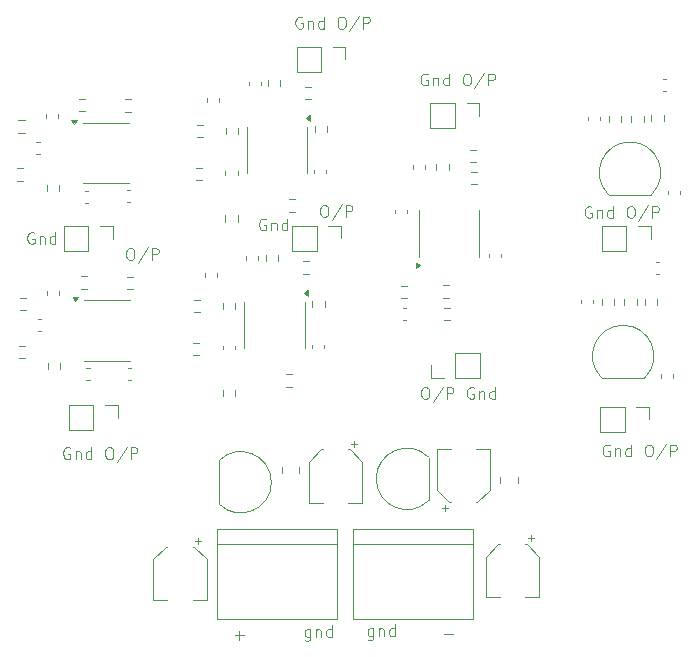
<source format=gbr>
%TF.GenerationSoftware,KiCad,Pcbnew,8.0.8*%
%TF.CreationDate,2025-08-26T11:44:10+12:00*%
%TF.ProjectId,esfgrid_ckt_Multi,65736667-7269-4645-9f63-6b745f4d756c,rev?*%
%TF.SameCoordinates,Original*%
%TF.FileFunction,Legend,Top*%
%TF.FilePolarity,Positive*%
%FSLAX46Y46*%
G04 Gerber Fmt 4.6, Leading zero omitted, Abs format (unit mm)*
G04 Created by KiCad (PCBNEW 8.0.8) date 2025-08-26 11:44:10*
%MOMM*%
%LPD*%
G01*
G04 APERTURE LIST*
%ADD10C,0.100000*%
%ADD11C,0.120000*%
G04 APERTURE END LIST*
D10*
X184701960Y-70152419D02*
X184892436Y-70152419D01*
X184892436Y-70152419D02*
X184987674Y-70200038D01*
X184987674Y-70200038D02*
X185082912Y-70295276D01*
X185082912Y-70295276D02*
X185130531Y-70485752D01*
X185130531Y-70485752D02*
X185130531Y-70819085D01*
X185130531Y-70819085D02*
X185082912Y-71009561D01*
X185082912Y-71009561D02*
X184987674Y-71104800D01*
X184987674Y-71104800D02*
X184892436Y-71152419D01*
X184892436Y-71152419D02*
X184701960Y-71152419D01*
X184701960Y-71152419D02*
X184606722Y-71104800D01*
X184606722Y-71104800D02*
X184511484Y-71009561D01*
X184511484Y-71009561D02*
X184463865Y-70819085D01*
X184463865Y-70819085D02*
X184463865Y-70485752D01*
X184463865Y-70485752D02*
X184511484Y-70295276D01*
X184511484Y-70295276D02*
X184606722Y-70200038D01*
X184606722Y-70200038D02*
X184701960Y-70152419D01*
X186273388Y-70104800D02*
X185416246Y-71390514D01*
X186606722Y-71152419D02*
X186606722Y-70152419D01*
X186606722Y-70152419D02*
X186987674Y-70152419D01*
X186987674Y-70152419D02*
X187082912Y-70200038D01*
X187082912Y-70200038D02*
X187130531Y-70247657D01*
X187130531Y-70247657D02*
X187178150Y-70342895D01*
X187178150Y-70342895D02*
X187178150Y-70485752D01*
X187178150Y-70485752D02*
X187130531Y-70580990D01*
X187130531Y-70580990D02*
X187082912Y-70628609D01*
X187082912Y-70628609D02*
X186987674Y-70676228D01*
X186987674Y-70676228D02*
X186606722Y-70676228D01*
X176645293Y-68860038D02*
X176550055Y-68812419D01*
X176550055Y-68812419D02*
X176407198Y-68812419D01*
X176407198Y-68812419D02*
X176264341Y-68860038D01*
X176264341Y-68860038D02*
X176169103Y-68955276D01*
X176169103Y-68955276D02*
X176121484Y-69050514D01*
X176121484Y-69050514D02*
X176073865Y-69240990D01*
X176073865Y-69240990D02*
X176073865Y-69383847D01*
X176073865Y-69383847D02*
X176121484Y-69574323D01*
X176121484Y-69574323D02*
X176169103Y-69669561D01*
X176169103Y-69669561D02*
X176264341Y-69764800D01*
X176264341Y-69764800D02*
X176407198Y-69812419D01*
X176407198Y-69812419D02*
X176502436Y-69812419D01*
X176502436Y-69812419D02*
X176645293Y-69764800D01*
X176645293Y-69764800D02*
X176692912Y-69717180D01*
X176692912Y-69717180D02*
X176692912Y-69383847D01*
X176692912Y-69383847D02*
X176502436Y-69383847D01*
X177121484Y-69145752D02*
X177121484Y-69812419D01*
X177121484Y-69240990D02*
X177169103Y-69193371D01*
X177169103Y-69193371D02*
X177264341Y-69145752D01*
X177264341Y-69145752D02*
X177407198Y-69145752D01*
X177407198Y-69145752D02*
X177502436Y-69193371D01*
X177502436Y-69193371D02*
X177550055Y-69288609D01*
X177550055Y-69288609D02*
X177550055Y-69812419D01*
X178454817Y-69812419D02*
X178454817Y-68812419D01*
X178454817Y-69764800D02*
X178359579Y-69812419D01*
X178359579Y-69812419D02*
X178169103Y-69812419D01*
X178169103Y-69812419D02*
X178073865Y-69764800D01*
X178073865Y-69764800D02*
X178026246Y-69717180D01*
X178026246Y-69717180D02*
X177978627Y-69621942D01*
X177978627Y-69621942D02*
X177978627Y-69336228D01*
X177978627Y-69336228D02*
X178026246Y-69240990D01*
X178026246Y-69240990D02*
X178073865Y-69193371D01*
X178073865Y-69193371D02*
X178169103Y-69145752D01*
X178169103Y-69145752D02*
X178359579Y-69145752D01*
X178359579Y-69145752D02*
X178454817Y-69193371D01*
X201121960Y-66512419D02*
X201312436Y-66512419D01*
X201312436Y-66512419D02*
X201407674Y-66560038D01*
X201407674Y-66560038D02*
X201502912Y-66655276D01*
X201502912Y-66655276D02*
X201550531Y-66845752D01*
X201550531Y-66845752D02*
X201550531Y-67179085D01*
X201550531Y-67179085D02*
X201502912Y-67369561D01*
X201502912Y-67369561D02*
X201407674Y-67464800D01*
X201407674Y-67464800D02*
X201312436Y-67512419D01*
X201312436Y-67512419D02*
X201121960Y-67512419D01*
X201121960Y-67512419D02*
X201026722Y-67464800D01*
X201026722Y-67464800D02*
X200931484Y-67369561D01*
X200931484Y-67369561D02*
X200883865Y-67179085D01*
X200883865Y-67179085D02*
X200883865Y-66845752D01*
X200883865Y-66845752D02*
X200931484Y-66655276D01*
X200931484Y-66655276D02*
X201026722Y-66560038D01*
X201026722Y-66560038D02*
X201121960Y-66512419D01*
X202693388Y-66464800D02*
X201836246Y-67750514D01*
X203026722Y-67512419D02*
X203026722Y-66512419D01*
X203026722Y-66512419D02*
X203407674Y-66512419D01*
X203407674Y-66512419D02*
X203502912Y-66560038D01*
X203502912Y-66560038D02*
X203550531Y-66607657D01*
X203550531Y-66607657D02*
X203598150Y-66702895D01*
X203598150Y-66702895D02*
X203598150Y-66845752D01*
X203598150Y-66845752D02*
X203550531Y-66940990D01*
X203550531Y-66940990D02*
X203502912Y-66988609D01*
X203502912Y-66988609D02*
X203407674Y-67036228D01*
X203407674Y-67036228D02*
X203026722Y-67036228D01*
X196265293Y-67710038D02*
X196170055Y-67662419D01*
X196170055Y-67662419D02*
X196027198Y-67662419D01*
X196027198Y-67662419D02*
X195884341Y-67710038D01*
X195884341Y-67710038D02*
X195789103Y-67805276D01*
X195789103Y-67805276D02*
X195741484Y-67900514D01*
X195741484Y-67900514D02*
X195693865Y-68090990D01*
X195693865Y-68090990D02*
X195693865Y-68233847D01*
X195693865Y-68233847D02*
X195741484Y-68424323D01*
X195741484Y-68424323D02*
X195789103Y-68519561D01*
X195789103Y-68519561D02*
X195884341Y-68614800D01*
X195884341Y-68614800D02*
X196027198Y-68662419D01*
X196027198Y-68662419D02*
X196122436Y-68662419D01*
X196122436Y-68662419D02*
X196265293Y-68614800D01*
X196265293Y-68614800D02*
X196312912Y-68567180D01*
X196312912Y-68567180D02*
X196312912Y-68233847D01*
X196312912Y-68233847D02*
X196122436Y-68233847D01*
X196741484Y-67995752D02*
X196741484Y-68662419D01*
X196741484Y-68090990D02*
X196789103Y-68043371D01*
X196789103Y-68043371D02*
X196884341Y-67995752D01*
X196884341Y-67995752D02*
X197027198Y-67995752D01*
X197027198Y-67995752D02*
X197122436Y-68043371D01*
X197122436Y-68043371D02*
X197170055Y-68138609D01*
X197170055Y-68138609D02*
X197170055Y-68662419D01*
X198074817Y-68662419D02*
X198074817Y-67662419D01*
X198074817Y-68614800D02*
X197979579Y-68662419D01*
X197979579Y-68662419D02*
X197789103Y-68662419D01*
X197789103Y-68662419D02*
X197693865Y-68614800D01*
X197693865Y-68614800D02*
X197646246Y-68567180D01*
X197646246Y-68567180D02*
X197598627Y-68471942D01*
X197598627Y-68471942D02*
X197598627Y-68186228D01*
X197598627Y-68186228D02*
X197646246Y-68090990D01*
X197646246Y-68090990D02*
X197693865Y-68043371D01*
X197693865Y-68043371D02*
X197789103Y-67995752D01*
X197789103Y-67995752D02*
X197979579Y-67995752D01*
X197979579Y-67995752D02*
X198074817Y-68043371D01*
X223835293Y-66640038D02*
X223740055Y-66592419D01*
X223740055Y-66592419D02*
X223597198Y-66592419D01*
X223597198Y-66592419D02*
X223454341Y-66640038D01*
X223454341Y-66640038D02*
X223359103Y-66735276D01*
X223359103Y-66735276D02*
X223311484Y-66830514D01*
X223311484Y-66830514D02*
X223263865Y-67020990D01*
X223263865Y-67020990D02*
X223263865Y-67163847D01*
X223263865Y-67163847D02*
X223311484Y-67354323D01*
X223311484Y-67354323D02*
X223359103Y-67449561D01*
X223359103Y-67449561D02*
X223454341Y-67544800D01*
X223454341Y-67544800D02*
X223597198Y-67592419D01*
X223597198Y-67592419D02*
X223692436Y-67592419D01*
X223692436Y-67592419D02*
X223835293Y-67544800D01*
X223835293Y-67544800D02*
X223882912Y-67497180D01*
X223882912Y-67497180D02*
X223882912Y-67163847D01*
X223882912Y-67163847D02*
X223692436Y-67163847D01*
X224311484Y-66925752D02*
X224311484Y-67592419D01*
X224311484Y-67020990D02*
X224359103Y-66973371D01*
X224359103Y-66973371D02*
X224454341Y-66925752D01*
X224454341Y-66925752D02*
X224597198Y-66925752D01*
X224597198Y-66925752D02*
X224692436Y-66973371D01*
X224692436Y-66973371D02*
X224740055Y-67068609D01*
X224740055Y-67068609D02*
X224740055Y-67592419D01*
X225644817Y-67592419D02*
X225644817Y-66592419D01*
X225644817Y-67544800D02*
X225549579Y-67592419D01*
X225549579Y-67592419D02*
X225359103Y-67592419D01*
X225359103Y-67592419D02*
X225263865Y-67544800D01*
X225263865Y-67544800D02*
X225216246Y-67497180D01*
X225216246Y-67497180D02*
X225168627Y-67401942D01*
X225168627Y-67401942D02*
X225168627Y-67116228D01*
X225168627Y-67116228D02*
X225216246Y-67020990D01*
X225216246Y-67020990D02*
X225263865Y-66973371D01*
X225263865Y-66973371D02*
X225359103Y-66925752D01*
X225359103Y-66925752D02*
X225549579Y-66925752D01*
X225549579Y-66925752D02*
X225644817Y-66973371D01*
X227073389Y-66592419D02*
X227263865Y-66592419D01*
X227263865Y-66592419D02*
X227359103Y-66640038D01*
X227359103Y-66640038D02*
X227454341Y-66735276D01*
X227454341Y-66735276D02*
X227501960Y-66925752D01*
X227501960Y-66925752D02*
X227501960Y-67259085D01*
X227501960Y-67259085D02*
X227454341Y-67449561D01*
X227454341Y-67449561D02*
X227359103Y-67544800D01*
X227359103Y-67544800D02*
X227263865Y-67592419D01*
X227263865Y-67592419D02*
X227073389Y-67592419D01*
X227073389Y-67592419D02*
X226978151Y-67544800D01*
X226978151Y-67544800D02*
X226882913Y-67449561D01*
X226882913Y-67449561D02*
X226835294Y-67259085D01*
X226835294Y-67259085D02*
X226835294Y-66925752D01*
X226835294Y-66925752D02*
X226882913Y-66735276D01*
X226882913Y-66735276D02*
X226978151Y-66640038D01*
X226978151Y-66640038D02*
X227073389Y-66592419D01*
X228644817Y-66544800D02*
X227787675Y-67830514D01*
X228978151Y-67592419D02*
X228978151Y-66592419D01*
X228978151Y-66592419D02*
X229359103Y-66592419D01*
X229359103Y-66592419D02*
X229454341Y-66640038D01*
X229454341Y-66640038D02*
X229501960Y-66687657D01*
X229501960Y-66687657D02*
X229549579Y-66782895D01*
X229549579Y-66782895D02*
X229549579Y-66925752D01*
X229549579Y-66925752D02*
X229501960Y-67020990D01*
X229501960Y-67020990D02*
X229454341Y-67068609D01*
X229454341Y-67068609D02*
X229359103Y-67116228D01*
X229359103Y-67116228D02*
X228978151Y-67116228D01*
X209671960Y-81932419D02*
X209862436Y-81932419D01*
X209862436Y-81932419D02*
X209957674Y-81980038D01*
X209957674Y-81980038D02*
X210052912Y-82075276D01*
X210052912Y-82075276D02*
X210100531Y-82265752D01*
X210100531Y-82265752D02*
X210100531Y-82599085D01*
X210100531Y-82599085D02*
X210052912Y-82789561D01*
X210052912Y-82789561D02*
X209957674Y-82884800D01*
X209957674Y-82884800D02*
X209862436Y-82932419D01*
X209862436Y-82932419D02*
X209671960Y-82932419D01*
X209671960Y-82932419D02*
X209576722Y-82884800D01*
X209576722Y-82884800D02*
X209481484Y-82789561D01*
X209481484Y-82789561D02*
X209433865Y-82599085D01*
X209433865Y-82599085D02*
X209433865Y-82265752D01*
X209433865Y-82265752D02*
X209481484Y-82075276D01*
X209481484Y-82075276D02*
X209576722Y-81980038D01*
X209576722Y-81980038D02*
X209671960Y-81932419D01*
X211243388Y-81884800D02*
X210386246Y-83170514D01*
X211576722Y-82932419D02*
X211576722Y-81932419D01*
X211576722Y-81932419D02*
X211957674Y-81932419D01*
X211957674Y-81932419D02*
X212052912Y-81980038D01*
X212052912Y-81980038D02*
X212100531Y-82027657D01*
X212100531Y-82027657D02*
X212148150Y-82122895D01*
X212148150Y-82122895D02*
X212148150Y-82265752D01*
X212148150Y-82265752D02*
X212100531Y-82360990D01*
X212100531Y-82360990D02*
X212052912Y-82408609D01*
X212052912Y-82408609D02*
X211957674Y-82456228D01*
X211957674Y-82456228D02*
X211576722Y-82456228D01*
X213862436Y-81980038D02*
X213767198Y-81932419D01*
X213767198Y-81932419D02*
X213624341Y-81932419D01*
X213624341Y-81932419D02*
X213481484Y-81980038D01*
X213481484Y-81980038D02*
X213386246Y-82075276D01*
X213386246Y-82075276D02*
X213338627Y-82170514D01*
X213338627Y-82170514D02*
X213291008Y-82360990D01*
X213291008Y-82360990D02*
X213291008Y-82503847D01*
X213291008Y-82503847D02*
X213338627Y-82694323D01*
X213338627Y-82694323D02*
X213386246Y-82789561D01*
X213386246Y-82789561D02*
X213481484Y-82884800D01*
X213481484Y-82884800D02*
X213624341Y-82932419D01*
X213624341Y-82932419D02*
X213719579Y-82932419D01*
X213719579Y-82932419D02*
X213862436Y-82884800D01*
X213862436Y-82884800D02*
X213910055Y-82837180D01*
X213910055Y-82837180D02*
X213910055Y-82503847D01*
X213910055Y-82503847D02*
X213719579Y-82503847D01*
X214338627Y-82265752D02*
X214338627Y-82932419D01*
X214338627Y-82360990D02*
X214386246Y-82313371D01*
X214386246Y-82313371D02*
X214481484Y-82265752D01*
X214481484Y-82265752D02*
X214624341Y-82265752D01*
X214624341Y-82265752D02*
X214719579Y-82313371D01*
X214719579Y-82313371D02*
X214767198Y-82408609D01*
X214767198Y-82408609D02*
X214767198Y-82932419D01*
X215671960Y-82932419D02*
X215671960Y-81932419D01*
X215671960Y-82884800D02*
X215576722Y-82932419D01*
X215576722Y-82932419D02*
X215386246Y-82932419D01*
X215386246Y-82932419D02*
X215291008Y-82884800D01*
X215291008Y-82884800D02*
X215243389Y-82837180D01*
X215243389Y-82837180D02*
X215195770Y-82741942D01*
X215195770Y-82741942D02*
X215195770Y-82456228D01*
X215195770Y-82456228D02*
X215243389Y-82360990D01*
X215243389Y-82360990D02*
X215291008Y-82313371D01*
X215291008Y-82313371D02*
X215386246Y-82265752D01*
X215386246Y-82265752D02*
X215576722Y-82265752D01*
X215576722Y-82265752D02*
X215671960Y-82313371D01*
X209965293Y-55440038D02*
X209870055Y-55392419D01*
X209870055Y-55392419D02*
X209727198Y-55392419D01*
X209727198Y-55392419D02*
X209584341Y-55440038D01*
X209584341Y-55440038D02*
X209489103Y-55535276D01*
X209489103Y-55535276D02*
X209441484Y-55630514D01*
X209441484Y-55630514D02*
X209393865Y-55820990D01*
X209393865Y-55820990D02*
X209393865Y-55963847D01*
X209393865Y-55963847D02*
X209441484Y-56154323D01*
X209441484Y-56154323D02*
X209489103Y-56249561D01*
X209489103Y-56249561D02*
X209584341Y-56344800D01*
X209584341Y-56344800D02*
X209727198Y-56392419D01*
X209727198Y-56392419D02*
X209822436Y-56392419D01*
X209822436Y-56392419D02*
X209965293Y-56344800D01*
X209965293Y-56344800D02*
X210012912Y-56297180D01*
X210012912Y-56297180D02*
X210012912Y-55963847D01*
X210012912Y-55963847D02*
X209822436Y-55963847D01*
X210441484Y-55725752D02*
X210441484Y-56392419D01*
X210441484Y-55820990D02*
X210489103Y-55773371D01*
X210489103Y-55773371D02*
X210584341Y-55725752D01*
X210584341Y-55725752D02*
X210727198Y-55725752D01*
X210727198Y-55725752D02*
X210822436Y-55773371D01*
X210822436Y-55773371D02*
X210870055Y-55868609D01*
X210870055Y-55868609D02*
X210870055Y-56392419D01*
X211774817Y-56392419D02*
X211774817Y-55392419D01*
X211774817Y-56344800D02*
X211679579Y-56392419D01*
X211679579Y-56392419D02*
X211489103Y-56392419D01*
X211489103Y-56392419D02*
X211393865Y-56344800D01*
X211393865Y-56344800D02*
X211346246Y-56297180D01*
X211346246Y-56297180D02*
X211298627Y-56201942D01*
X211298627Y-56201942D02*
X211298627Y-55916228D01*
X211298627Y-55916228D02*
X211346246Y-55820990D01*
X211346246Y-55820990D02*
X211393865Y-55773371D01*
X211393865Y-55773371D02*
X211489103Y-55725752D01*
X211489103Y-55725752D02*
X211679579Y-55725752D01*
X211679579Y-55725752D02*
X211774817Y-55773371D01*
X213203389Y-55392419D02*
X213393865Y-55392419D01*
X213393865Y-55392419D02*
X213489103Y-55440038D01*
X213489103Y-55440038D02*
X213584341Y-55535276D01*
X213584341Y-55535276D02*
X213631960Y-55725752D01*
X213631960Y-55725752D02*
X213631960Y-56059085D01*
X213631960Y-56059085D02*
X213584341Y-56249561D01*
X213584341Y-56249561D02*
X213489103Y-56344800D01*
X213489103Y-56344800D02*
X213393865Y-56392419D01*
X213393865Y-56392419D02*
X213203389Y-56392419D01*
X213203389Y-56392419D02*
X213108151Y-56344800D01*
X213108151Y-56344800D02*
X213012913Y-56249561D01*
X213012913Y-56249561D02*
X212965294Y-56059085D01*
X212965294Y-56059085D02*
X212965294Y-55725752D01*
X212965294Y-55725752D02*
X213012913Y-55535276D01*
X213012913Y-55535276D02*
X213108151Y-55440038D01*
X213108151Y-55440038D02*
X213203389Y-55392419D01*
X214774817Y-55344800D02*
X213917675Y-56630514D01*
X215108151Y-56392419D02*
X215108151Y-55392419D01*
X215108151Y-55392419D02*
X215489103Y-55392419D01*
X215489103Y-55392419D02*
X215584341Y-55440038D01*
X215584341Y-55440038D02*
X215631960Y-55487657D01*
X215631960Y-55487657D02*
X215679579Y-55582895D01*
X215679579Y-55582895D02*
X215679579Y-55725752D01*
X215679579Y-55725752D02*
X215631960Y-55820990D01*
X215631960Y-55820990D02*
X215584341Y-55868609D01*
X215584341Y-55868609D02*
X215489103Y-55916228D01*
X215489103Y-55916228D02*
X215108151Y-55916228D01*
X225365293Y-86840038D02*
X225270055Y-86792419D01*
X225270055Y-86792419D02*
X225127198Y-86792419D01*
X225127198Y-86792419D02*
X224984341Y-86840038D01*
X224984341Y-86840038D02*
X224889103Y-86935276D01*
X224889103Y-86935276D02*
X224841484Y-87030514D01*
X224841484Y-87030514D02*
X224793865Y-87220990D01*
X224793865Y-87220990D02*
X224793865Y-87363847D01*
X224793865Y-87363847D02*
X224841484Y-87554323D01*
X224841484Y-87554323D02*
X224889103Y-87649561D01*
X224889103Y-87649561D02*
X224984341Y-87744800D01*
X224984341Y-87744800D02*
X225127198Y-87792419D01*
X225127198Y-87792419D02*
X225222436Y-87792419D01*
X225222436Y-87792419D02*
X225365293Y-87744800D01*
X225365293Y-87744800D02*
X225412912Y-87697180D01*
X225412912Y-87697180D02*
X225412912Y-87363847D01*
X225412912Y-87363847D02*
X225222436Y-87363847D01*
X225841484Y-87125752D02*
X225841484Y-87792419D01*
X225841484Y-87220990D02*
X225889103Y-87173371D01*
X225889103Y-87173371D02*
X225984341Y-87125752D01*
X225984341Y-87125752D02*
X226127198Y-87125752D01*
X226127198Y-87125752D02*
X226222436Y-87173371D01*
X226222436Y-87173371D02*
X226270055Y-87268609D01*
X226270055Y-87268609D02*
X226270055Y-87792419D01*
X227174817Y-87792419D02*
X227174817Y-86792419D01*
X227174817Y-87744800D02*
X227079579Y-87792419D01*
X227079579Y-87792419D02*
X226889103Y-87792419D01*
X226889103Y-87792419D02*
X226793865Y-87744800D01*
X226793865Y-87744800D02*
X226746246Y-87697180D01*
X226746246Y-87697180D02*
X226698627Y-87601942D01*
X226698627Y-87601942D02*
X226698627Y-87316228D01*
X226698627Y-87316228D02*
X226746246Y-87220990D01*
X226746246Y-87220990D02*
X226793865Y-87173371D01*
X226793865Y-87173371D02*
X226889103Y-87125752D01*
X226889103Y-87125752D02*
X227079579Y-87125752D01*
X227079579Y-87125752D02*
X227174817Y-87173371D01*
X228603389Y-86792419D02*
X228793865Y-86792419D01*
X228793865Y-86792419D02*
X228889103Y-86840038D01*
X228889103Y-86840038D02*
X228984341Y-86935276D01*
X228984341Y-86935276D02*
X229031960Y-87125752D01*
X229031960Y-87125752D02*
X229031960Y-87459085D01*
X229031960Y-87459085D02*
X228984341Y-87649561D01*
X228984341Y-87649561D02*
X228889103Y-87744800D01*
X228889103Y-87744800D02*
X228793865Y-87792419D01*
X228793865Y-87792419D02*
X228603389Y-87792419D01*
X228603389Y-87792419D02*
X228508151Y-87744800D01*
X228508151Y-87744800D02*
X228412913Y-87649561D01*
X228412913Y-87649561D02*
X228365294Y-87459085D01*
X228365294Y-87459085D02*
X228365294Y-87125752D01*
X228365294Y-87125752D02*
X228412913Y-86935276D01*
X228412913Y-86935276D02*
X228508151Y-86840038D01*
X228508151Y-86840038D02*
X228603389Y-86792419D01*
X230174817Y-86744800D02*
X229317675Y-88030514D01*
X230508151Y-87792419D02*
X230508151Y-86792419D01*
X230508151Y-86792419D02*
X230889103Y-86792419D01*
X230889103Y-86792419D02*
X230984341Y-86840038D01*
X230984341Y-86840038D02*
X231031960Y-86887657D01*
X231031960Y-86887657D02*
X231079579Y-86982895D01*
X231079579Y-86982895D02*
X231079579Y-87125752D01*
X231079579Y-87125752D02*
X231031960Y-87220990D01*
X231031960Y-87220990D02*
X230984341Y-87268609D01*
X230984341Y-87268609D02*
X230889103Y-87316228D01*
X230889103Y-87316228D02*
X230508151Y-87316228D01*
X179675293Y-87070038D02*
X179580055Y-87022419D01*
X179580055Y-87022419D02*
X179437198Y-87022419D01*
X179437198Y-87022419D02*
X179294341Y-87070038D01*
X179294341Y-87070038D02*
X179199103Y-87165276D01*
X179199103Y-87165276D02*
X179151484Y-87260514D01*
X179151484Y-87260514D02*
X179103865Y-87450990D01*
X179103865Y-87450990D02*
X179103865Y-87593847D01*
X179103865Y-87593847D02*
X179151484Y-87784323D01*
X179151484Y-87784323D02*
X179199103Y-87879561D01*
X179199103Y-87879561D02*
X179294341Y-87974800D01*
X179294341Y-87974800D02*
X179437198Y-88022419D01*
X179437198Y-88022419D02*
X179532436Y-88022419D01*
X179532436Y-88022419D02*
X179675293Y-87974800D01*
X179675293Y-87974800D02*
X179722912Y-87927180D01*
X179722912Y-87927180D02*
X179722912Y-87593847D01*
X179722912Y-87593847D02*
X179532436Y-87593847D01*
X180151484Y-87355752D02*
X180151484Y-88022419D01*
X180151484Y-87450990D02*
X180199103Y-87403371D01*
X180199103Y-87403371D02*
X180294341Y-87355752D01*
X180294341Y-87355752D02*
X180437198Y-87355752D01*
X180437198Y-87355752D02*
X180532436Y-87403371D01*
X180532436Y-87403371D02*
X180580055Y-87498609D01*
X180580055Y-87498609D02*
X180580055Y-88022419D01*
X181484817Y-88022419D02*
X181484817Y-87022419D01*
X181484817Y-87974800D02*
X181389579Y-88022419D01*
X181389579Y-88022419D02*
X181199103Y-88022419D01*
X181199103Y-88022419D02*
X181103865Y-87974800D01*
X181103865Y-87974800D02*
X181056246Y-87927180D01*
X181056246Y-87927180D02*
X181008627Y-87831942D01*
X181008627Y-87831942D02*
X181008627Y-87546228D01*
X181008627Y-87546228D02*
X181056246Y-87450990D01*
X181056246Y-87450990D02*
X181103865Y-87403371D01*
X181103865Y-87403371D02*
X181199103Y-87355752D01*
X181199103Y-87355752D02*
X181389579Y-87355752D01*
X181389579Y-87355752D02*
X181484817Y-87403371D01*
X182913389Y-87022419D02*
X183103865Y-87022419D01*
X183103865Y-87022419D02*
X183199103Y-87070038D01*
X183199103Y-87070038D02*
X183294341Y-87165276D01*
X183294341Y-87165276D02*
X183341960Y-87355752D01*
X183341960Y-87355752D02*
X183341960Y-87689085D01*
X183341960Y-87689085D02*
X183294341Y-87879561D01*
X183294341Y-87879561D02*
X183199103Y-87974800D01*
X183199103Y-87974800D02*
X183103865Y-88022419D01*
X183103865Y-88022419D02*
X182913389Y-88022419D01*
X182913389Y-88022419D02*
X182818151Y-87974800D01*
X182818151Y-87974800D02*
X182722913Y-87879561D01*
X182722913Y-87879561D02*
X182675294Y-87689085D01*
X182675294Y-87689085D02*
X182675294Y-87355752D01*
X182675294Y-87355752D02*
X182722913Y-87165276D01*
X182722913Y-87165276D02*
X182818151Y-87070038D01*
X182818151Y-87070038D02*
X182913389Y-87022419D01*
X184484817Y-86974800D02*
X183627675Y-88260514D01*
X184818151Y-88022419D02*
X184818151Y-87022419D01*
X184818151Y-87022419D02*
X185199103Y-87022419D01*
X185199103Y-87022419D02*
X185294341Y-87070038D01*
X185294341Y-87070038D02*
X185341960Y-87117657D01*
X185341960Y-87117657D02*
X185389579Y-87212895D01*
X185389579Y-87212895D02*
X185389579Y-87355752D01*
X185389579Y-87355752D02*
X185341960Y-87450990D01*
X185341960Y-87450990D02*
X185294341Y-87498609D01*
X185294341Y-87498609D02*
X185199103Y-87546228D01*
X185199103Y-87546228D02*
X184818151Y-87546228D01*
X199345293Y-50620038D02*
X199250055Y-50572419D01*
X199250055Y-50572419D02*
X199107198Y-50572419D01*
X199107198Y-50572419D02*
X198964341Y-50620038D01*
X198964341Y-50620038D02*
X198869103Y-50715276D01*
X198869103Y-50715276D02*
X198821484Y-50810514D01*
X198821484Y-50810514D02*
X198773865Y-51000990D01*
X198773865Y-51000990D02*
X198773865Y-51143847D01*
X198773865Y-51143847D02*
X198821484Y-51334323D01*
X198821484Y-51334323D02*
X198869103Y-51429561D01*
X198869103Y-51429561D02*
X198964341Y-51524800D01*
X198964341Y-51524800D02*
X199107198Y-51572419D01*
X199107198Y-51572419D02*
X199202436Y-51572419D01*
X199202436Y-51572419D02*
X199345293Y-51524800D01*
X199345293Y-51524800D02*
X199392912Y-51477180D01*
X199392912Y-51477180D02*
X199392912Y-51143847D01*
X199392912Y-51143847D02*
X199202436Y-51143847D01*
X199821484Y-50905752D02*
X199821484Y-51572419D01*
X199821484Y-51000990D02*
X199869103Y-50953371D01*
X199869103Y-50953371D02*
X199964341Y-50905752D01*
X199964341Y-50905752D02*
X200107198Y-50905752D01*
X200107198Y-50905752D02*
X200202436Y-50953371D01*
X200202436Y-50953371D02*
X200250055Y-51048609D01*
X200250055Y-51048609D02*
X200250055Y-51572419D01*
X201154817Y-51572419D02*
X201154817Y-50572419D01*
X201154817Y-51524800D02*
X201059579Y-51572419D01*
X201059579Y-51572419D02*
X200869103Y-51572419D01*
X200869103Y-51572419D02*
X200773865Y-51524800D01*
X200773865Y-51524800D02*
X200726246Y-51477180D01*
X200726246Y-51477180D02*
X200678627Y-51381942D01*
X200678627Y-51381942D02*
X200678627Y-51096228D01*
X200678627Y-51096228D02*
X200726246Y-51000990D01*
X200726246Y-51000990D02*
X200773865Y-50953371D01*
X200773865Y-50953371D02*
X200869103Y-50905752D01*
X200869103Y-50905752D02*
X201059579Y-50905752D01*
X201059579Y-50905752D02*
X201154817Y-50953371D01*
X202583389Y-50572419D02*
X202773865Y-50572419D01*
X202773865Y-50572419D02*
X202869103Y-50620038D01*
X202869103Y-50620038D02*
X202964341Y-50715276D01*
X202964341Y-50715276D02*
X203011960Y-50905752D01*
X203011960Y-50905752D02*
X203011960Y-51239085D01*
X203011960Y-51239085D02*
X202964341Y-51429561D01*
X202964341Y-51429561D02*
X202869103Y-51524800D01*
X202869103Y-51524800D02*
X202773865Y-51572419D01*
X202773865Y-51572419D02*
X202583389Y-51572419D01*
X202583389Y-51572419D02*
X202488151Y-51524800D01*
X202488151Y-51524800D02*
X202392913Y-51429561D01*
X202392913Y-51429561D02*
X202345294Y-51239085D01*
X202345294Y-51239085D02*
X202345294Y-50905752D01*
X202345294Y-50905752D02*
X202392913Y-50715276D01*
X202392913Y-50715276D02*
X202488151Y-50620038D01*
X202488151Y-50620038D02*
X202583389Y-50572419D01*
X204154817Y-50524800D02*
X203297675Y-51810514D01*
X204488151Y-51572419D02*
X204488151Y-50572419D01*
X204488151Y-50572419D02*
X204869103Y-50572419D01*
X204869103Y-50572419D02*
X204964341Y-50620038D01*
X204964341Y-50620038D02*
X205011960Y-50667657D01*
X205011960Y-50667657D02*
X205059579Y-50762895D01*
X205059579Y-50762895D02*
X205059579Y-50905752D01*
X205059579Y-50905752D02*
X205011960Y-51000990D01*
X205011960Y-51000990D02*
X204964341Y-51048609D01*
X204964341Y-51048609D02*
X204869103Y-51096228D01*
X204869103Y-51096228D02*
X204488151Y-51096228D01*
X211351484Y-102801466D02*
X212113389Y-102801466D01*
X205360055Y-102355752D02*
X205360055Y-103165276D01*
X205360055Y-103165276D02*
X205312436Y-103260514D01*
X205312436Y-103260514D02*
X205264817Y-103308133D01*
X205264817Y-103308133D02*
X205169579Y-103355752D01*
X205169579Y-103355752D02*
X205026722Y-103355752D01*
X205026722Y-103355752D02*
X204931484Y-103308133D01*
X205360055Y-102974800D02*
X205264817Y-103022419D01*
X205264817Y-103022419D02*
X205074341Y-103022419D01*
X205074341Y-103022419D02*
X204979103Y-102974800D01*
X204979103Y-102974800D02*
X204931484Y-102927180D01*
X204931484Y-102927180D02*
X204883865Y-102831942D01*
X204883865Y-102831942D02*
X204883865Y-102546228D01*
X204883865Y-102546228D02*
X204931484Y-102450990D01*
X204931484Y-102450990D02*
X204979103Y-102403371D01*
X204979103Y-102403371D02*
X205074341Y-102355752D01*
X205074341Y-102355752D02*
X205264817Y-102355752D01*
X205264817Y-102355752D02*
X205360055Y-102403371D01*
X205836246Y-102355752D02*
X205836246Y-103022419D01*
X205836246Y-102450990D02*
X205883865Y-102403371D01*
X205883865Y-102403371D02*
X205979103Y-102355752D01*
X205979103Y-102355752D02*
X206121960Y-102355752D01*
X206121960Y-102355752D02*
X206217198Y-102403371D01*
X206217198Y-102403371D02*
X206264817Y-102498609D01*
X206264817Y-102498609D02*
X206264817Y-103022419D01*
X207169579Y-103022419D02*
X207169579Y-102022419D01*
X207169579Y-102974800D02*
X207074341Y-103022419D01*
X207074341Y-103022419D02*
X206883865Y-103022419D01*
X206883865Y-103022419D02*
X206788627Y-102974800D01*
X206788627Y-102974800D02*
X206741008Y-102927180D01*
X206741008Y-102927180D02*
X206693389Y-102831942D01*
X206693389Y-102831942D02*
X206693389Y-102546228D01*
X206693389Y-102546228D02*
X206741008Y-102450990D01*
X206741008Y-102450990D02*
X206788627Y-102403371D01*
X206788627Y-102403371D02*
X206883865Y-102355752D01*
X206883865Y-102355752D02*
X207074341Y-102355752D01*
X207074341Y-102355752D02*
X207169579Y-102403371D01*
X200030055Y-102405752D02*
X200030055Y-103215276D01*
X200030055Y-103215276D02*
X199982436Y-103310514D01*
X199982436Y-103310514D02*
X199934817Y-103358133D01*
X199934817Y-103358133D02*
X199839579Y-103405752D01*
X199839579Y-103405752D02*
X199696722Y-103405752D01*
X199696722Y-103405752D02*
X199601484Y-103358133D01*
X200030055Y-103024800D02*
X199934817Y-103072419D01*
X199934817Y-103072419D02*
X199744341Y-103072419D01*
X199744341Y-103072419D02*
X199649103Y-103024800D01*
X199649103Y-103024800D02*
X199601484Y-102977180D01*
X199601484Y-102977180D02*
X199553865Y-102881942D01*
X199553865Y-102881942D02*
X199553865Y-102596228D01*
X199553865Y-102596228D02*
X199601484Y-102500990D01*
X199601484Y-102500990D02*
X199649103Y-102453371D01*
X199649103Y-102453371D02*
X199744341Y-102405752D01*
X199744341Y-102405752D02*
X199934817Y-102405752D01*
X199934817Y-102405752D02*
X200030055Y-102453371D01*
X200506246Y-102405752D02*
X200506246Y-103072419D01*
X200506246Y-102500990D02*
X200553865Y-102453371D01*
X200553865Y-102453371D02*
X200649103Y-102405752D01*
X200649103Y-102405752D02*
X200791960Y-102405752D01*
X200791960Y-102405752D02*
X200887198Y-102453371D01*
X200887198Y-102453371D02*
X200934817Y-102548609D01*
X200934817Y-102548609D02*
X200934817Y-103072419D01*
X201839579Y-103072419D02*
X201839579Y-102072419D01*
X201839579Y-103024800D02*
X201744341Y-103072419D01*
X201744341Y-103072419D02*
X201553865Y-103072419D01*
X201553865Y-103072419D02*
X201458627Y-103024800D01*
X201458627Y-103024800D02*
X201411008Y-102977180D01*
X201411008Y-102977180D02*
X201363389Y-102881942D01*
X201363389Y-102881942D02*
X201363389Y-102596228D01*
X201363389Y-102596228D02*
X201411008Y-102500990D01*
X201411008Y-102500990D02*
X201458627Y-102453371D01*
X201458627Y-102453371D02*
X201553865Y-102405752D01*
X201553865Y-102405752D02*
X201744341Y-102405752D01*
X201744341Y-102405752D02*
X201839579Y-102453371D01*
X193651484Y-102951466D02*
X194413389Y-102951466D01*
X194032436Y-103332419D02*
X194032436Y-102570514D01*
D11*
%TO.C,C18*%
X216197600Y-70643733D02*
X216197600Y-70936267D01*
X215177600Y-70643733D02*
X215177600Y-70936267D01*
%TO.C,C17*%
X207217600Y-67206267D02*
X207217600Y-66913733D01*
X208237600Y-67206267D02*
X208237600Y-66913733D01*
%TO.C,U7*%
X199777600Y-61852500D02*
X199777600Y-59902500D01*
X199777600Y-61852500D02*
X199777600Y-63802500D01*
X194657600Y-61852500D02*
X194657600Y-59902500D01*
X194657600Y-61852500D02*
X194657600Y-63802500D01*
X200012600Y-59392500D02*
X199682600Y-59152500D01*
X200012600Y-58912500D01*
X200012600Y-59392500D01*
G36*
X200012600Y-59392500D02*
G01*
X199682600Y-59152500D01*
X200012600Y-58912500D01*
X200012600Y-59392500D01*
G37*
%TO.C,U5*%
X209317600Y-71625000D02*
X208987600Y-71865000D01*
X208987600Y-71385000D01*
X209317600Y-71625000D01*
G36*
X209317600Y-71625000D02*
G01*
X208987600Y-71865000D01*
X208987600Y-71385000D01*
X209317600Y-71625000D01*
G37*
X214342600Y-68925000D02*
X214342600Y-66975000D01*
X214342600Y-68925000D02*
X214342600Y-70875000D01*
X209222600Y-68925000D02*
X209222600Y-66975000D01*
X209222600Y-68925000D02*
X209222600Y-70875000D01*
%TO.C,U4*%
X182847600Y-74575000D02*
X180897600Y-74575000D01*
X182847600Y-74575000D02*
X184797600Y-74575000D01*
X182847600Y-79695000D02*
X180897600Y-79695000D01*
X182847600Y-79695000D02*
X184797600Y-79695000D01*
X180147600Y-74670000D02*
X179907600Y-74340000D01*
X180387600Y-74340000D01*
X180147600Y-74670000D01*
G36*
X180147600Y-74670000D02*
G01*
X179907600Y-74340000D01*
X180387600Y-74340000D01*
X180147600Y-74670000D01*
G37*
%TO.C,R27*%
X199899824Y-71287500D02*
X199390376Y-71287500D01*
X199899824Y-72332500D02*
X199390376Y-72332500D01*
%TO.C,R26*%
X201240100Y-75107224D02*
X201240100Y-74597776D01*
X200195100Y-75107224D02*
X200195100Y-74597776D01*
%TO.C,R25*%
X196245100Y-70735276D02*
X196245100Y-71244724D01*
X197290100Y-70735276D02*
X197290100Y-71244724D01*
%TO.C,R24*%
X190195376Y-75572500D02*
X190704824Y-75572500D01*
X190195376Y-74527500D02*
X190704824Y-74527500D01*
%TO.C,R23*%
X198000376Y-81882500D02*
X198509824Y-81882500D01*
X198000376Y-80837500D02*
X198509824Y-80837500D01*
%TO.C,R21*%
X193680100Y-82707224D02*
X193680100Y-82197776D01*
X192635100Y-82707224D02*
X192635100Y-82197776D01*
%TO.C,R20*%
X190100376Y-79222500D02*
X190609824Y-79222500D01*
X190100376Y-78177500D02*
X190609824Y-78177500D01*
%TO.C,R19*%
X227205100Y-58955276D02*
X227205100Y-59464724D01*
X228250100Y-58955276D02*
X228250100Y-59464724D01*
%TO.C,R18*%
X229950100Y-59432224D02*
X229950100Y-58922776D01*
X228905100Y-59432224D02*
X228905100Y-58922776D01*
%TO.C,R17*%
X225285100Y-58962776D02*
X225285100Y-59472224D01*
X226330100Y-58962776D02*
X226330100Y-59472224D01*
%TO.C,R16*%
X211772324Y-74352500D02*
X211262876Y-74352500D01*
X211772324Y-73307500D02*
X211262876Y-73307500D01*
%TO.C,R13*%
X213562876Y-61857500D02*
X214072324Y-61857500D01*
X213562876Y-62902500D02*
X214072324Y-62902500D01*
%TO.C,R12*%
X211362876Y-75227500D02*
X211872324Y-75227500D01*
X211362876Y-76272500D02*
X211872324Y-76272500D01*
%TO.C,R11*%
X214182324Y-64732500D02*
X213672876Y-64732500D01*
X214182324Y-63687500D02*
X213672876Y-63687500D01*
%TO.C,R10*%
X184472876Y-72597500D02*
X184982324Y-72597500D01*
X184472876Y-73642500D02*
X184982324Y-73642500D01*
%TO.C,R9*%
X175332876Y-78437500D02*
X175842324Y-78437500D01*
X175332876Y-79482500D02*
X175842324Y-79482500D01*
%TO.C,R8*%
X175432876Y-74367500D02*
X175942324Y-74367500D01*
X175432876Y-75412500D02*
X175942324Y-75412500D01*
%TO.C,R7*%
X177805100Y-80372224D02*
X177805100Y-79862776D01*
X178850100Y-80372224D02*
X178850100Y-79862776D01*
%TO.C,R6*%
X181092324Y-73582500D02*
X180582876Y-73582500D01*
X181092324Y-72537500D02*
X180582876Y-72537500D01*
%TO.C,C25*%
X195607600Y-70863733D02*
X195607600Y-71156267D01*
X194587600Y-70863733D02*
X194587600Y-71156267D01*
%TO.C,C24*%
X201187600Y-78331233D02*
X201187600Y-78623767D01*
X200167600Y-78331233D02*
X200167600Y-78623767D01*
%TO.C,C23*%
X192127600Y-72573767D02*
X192127600Y-72281233D01*
X191107600Y-72573767D02*
X191107600Y-72281233D01*
%TO.C,C21*%
X229878833Y-56850000D02*
X230171367Y-56850000D01*
X229878833Y-55830000D02*
X230171367Y-55830000D01*
%TO.C,C16*%
X208151367Y-76250000D02*
X207858833Y-76250000D01*
X208151367Y-75230000D02*
X207858833Y-75230000D01*
%TO.C,C15*%
X208727600Y-63426267D02*
X208727600Y-63133733D01*
X209747600Y-63426267D02*
X209747600Y-63133733D01*
%TO.C,C14*%
X181341367Y-81330000D02*
X181048833Y-81330000D01*
X181341367Y-80310000D02*
X181048833Y-80310000D01*
%TO.C,C13*%
X184591333Y-80280000D02*
X184883867Y-80280000D01*
X184591333Y-81300000D02*
X184883867Y-81300000D01*
%TO.C,C12*%
X177241367Y-77220000D02*
X176948833Y-77220000D01*
X177241367Y-76200000D02*
X176948833Y-76200000D01*
%TO.C,C11*%
X177737600Y-74123767D02*
X177737600Y-73831233D01*
X178757600Y-74123767D02*
X178757600Y-73831233D01*
%TO.C,C29*%
X195817601Y-56066233D02*
X195817601Y-56358767D01*
X194797601Y-56066233D02*
X194797601Y-56358767D01*
%TO.C,C28*%
X201397600Y-63533733D02*
X201397600Y-63826267D01*
X200377600Y-63533733D02*
X200377600Y-63826267D01*
%TO.C,C31*%
X230717600Y-80834983D02*
X230717600Y-81127517D01*
X229697600Y-80834983D02*
X229697600Y-81127517D01*
%TO.C,C2*%
X214897600Y-96274437D02*
X214897600Y-99730000D01*
X214897600Y-99730000D02*
X216097600Y-99730000D01*
X215962037Y-95210000D02*
X214897600Y-96274437D01*
X215962037Y-95210000D02*
X216097600Y-95210000D01*
X218353163Y-95210000D02*
X218217600Y-95210000D01*
X218353163Y-95210000D02*
X219417600Y-96274437D01*
X218717600Y-94470000D02*
X218717600Y-94970000D01*
X218967600Y-94720000D02*
X218467600Y-94720000D01*
X219417600Y-96274437D02*
X219417600Y-99730000D01*
X219417600Y-99730000D02*
X218217600Y-99730000D01*
%TO.C,C30*%
X223977600Y-74554983D02*
X223977600Y-74847517D01*
X222957600Y-74554983D02*
X222957600Y-74847517D01*
%TO.C,J16*%
X214317600Y-57900000D02*
X214317600Y-58960000D01*
X213257600Y-57900000D02*
X214317600Y-57900000D01*
X212257600Y-57900000D02*
X210197600Y-57900000D01*
X212257600Y-57900000D02*
X212257600Y-60020000D01*
X210197600Y-57900000D02*
X210197600Y-60020000D01*
X212257600Y-60020000D02*
X210197600Y-60020000D01*
%TO.C,Q1*%
X227097600Y-61177500D02*
G75*
G02*
X228936078Y-65615978I0J-2600000D01*
G01*
X225259122Y-65615978D02*
G75*
G02*
X227097600Y-61177499I1838478J1838478D01*
G01*
X225297600Y-65627500D02*
X228897600Y-65627500D01*
%TO.C,R36*%
X225750100Y-74474026D02*
X225750100Y-74983474D01*
X224705100Y-74474026D02*
X224705100Y-74983474D01*
%TO.C,C32*%
X229298833Y-71341250D02*
X229591367Y-71341250D01*
X229298833Y-72361250D02*
X229591367Y-72361250D01*
%TO.C,C7*%
X178647600Y-59103767D02*
X178647600Y-58811233D01*
X177627600Y-59103767D02*
X177627600Y-58811233D01*
%TO.C,U1*%
X192287600Y-88190000D02*
X192287600Y-91790000D01*
X192299122Y-88151522D02*
G75*
G02*
X196737601Y-89990000I1838478J-1838478D01*
G01*
X196737600Y-89990000D02*
G75*
G02*
X192299122Y-91828478I-2600000J0D01*
G01*
%TO.C,C10*%
X181231367Y-65290000D02*
X180938833Y-65290000D01*
X181231367Y-66310000D02*
X180938833Y-66310000D01*
%TO.C,C8*%
X177131367Y-61180000D02*
X176838833Y-61180000D01*
X177131367Y-62200000D02*
X176838833Y-62200000D01*
%TO.C,J3*%
X179187600Y-68320000D02*
X179187600Y-70440000D01*
X181247600Y-68320000D02*
X179187600Y-68320000D01*
X181247600Y-68320000D02*
X181247600Y-70440000D01*
X181247600Y-70440000D02*
X179187600Y-70440000D01*
X182247600Y-68320000D02*
X183307600Y-68320000D01*
X183307600Y-68320000D02*
X183307600Y-69380000D01*
%TO.C,R22*%
X193690100Y-74777776D02*
X193690100Y-75287224D01*
X192645100Y-74777776D02*
X192645100Y-75287224D01*
%TO.C,R5*%
X184362876Y-57577500D02*
X184872324Y-57577500D01*
X184362876Y-58622500D02*
X184872324Y-58622500D01*
%TO.C,J18*%
X228857600Y-68320000D02*
X228857600Y-69380000D01*
X227797600Y-68320000D02*
X228857600Y-68320000D01*
X226797600Y-70440000D02*
X224737600Y-70440000D01*
X226797600Y-68320000D02*
X226797600Y-70440000D01*
X226797600Y-68320000D02*
X224737600Y-68320000D01*
X224737600Y-68320000D02*
X224737600Y-70440000D01*
%TO.C,J8*%
X198867600Y-53120000D02*
X198867600Y-55240000D01*
X200927600Y-53120000D02*
X198867600Y-53120000D01*
X200927600Y-53120000D02*
X200927600Y-55240000D01*
X200927600Y-55240000D02*
X198867600Y-55240000D01*
X201927600Y-53120000D02*
X202987600Y-53120000D01*
X202987600Y-53120000D02*
X202987600Y-54180000D01*
%TO.C,C4*%
X216132600Y-90081252D02*
X216132600Y-89558748D01*
X217602600Y-90081252D02*
X217602600Y-89558748D01*
%TO.C,R4*%
X175222876Y-63417500D02*
X175732324Y-63417500D01*
X175222876Y-64462500D02*
X175732324Y-64462500D01*
%TO.C,J2*%
X203657600Y-93920000D02*
X203657600Y-101540000D01*
X203657600Y-95190000D02*
X213817600Y-95190000D01*
X203657600Y-101540000D02*
X213817600Y-101540000D01*
X213817600Y-93920000D02*
X203657600Y-93920000D01*
X213817600Y-101540000D02*
X213817600Y-93920000D01*
%TO.C,R29*%
X192845100Y-67909724D02*
X192845100Y-67400276D01*
X193890100Y-67909724D02*
X193890100Y-67400276D01*
%TO.C,R28*%
X190310376Y-63379999D02*
X190819824Y-63379999D01*
X190310376Y-64424999D02*
X190819824Y-64424999D01*
%TO.C,J17*%
X210257600Y-81120000D02*
X210257600Y-80060000D01*
X211317600Y-81120000D02*
X210257600Y-81120000D01*
X212317600Y-81120000D02*
X214377600Y-81120000D01*
X212317600Y-81120000D02*
X212317600Y-79000000D01*
X214377600Y-81120000D02*
X214377600Y-79000000D01*
X212317600Y-79000000D02*
X214377600Y-79000000D01*
%TO.C,C3*%
X197602600Y-89231252D02*
X197602600Y-88708748D01*
X199072600Y-89231252D02*
X199072600Y-88708748D01*
%TO.C,C1*%
X186737600Y-96524437D02*
X186737600Y-99980000D01*
X186737600Y-99980000D02*
X187937600Y-99980000D01*
X187802037Y-95460000D02*
X186737600Y-96524437D01*
X187802037Y-95460000D02*
X187937600Y-95460000D01*
X190193163Y-95460000D02*
X190057600Y-95460000D01*
X190193163Y-95460000D02*
X191257600Y-96524437D01*
X190557600Y-94720000D02*
X190557600Y-95220000D01*
X190807600Y-94970000D02*
X190307600Y-94970000D01*
X191257600Y-96524437D02*
X191257600Y-99980000D01*
X191257600Y-99980000D02*
X190057600Y-99980000D01*
%TO.C,U2*%
X210057600Y-91500000D02*
X210057600Y-87900000D01*
X205607600Y-89700000D02*
G75*
G02*
X210046078Y-87861522I2600000J0D01*
G01*
X210046078Y-91538478D02*
G75*
G02*
X205607599Y-89700000I-1838478J1838478D01*
G01*
%TO.C,J1*%
X192147600Y-93930000D02*
X192147600Y-101550000D01*
X192147600Y-95200000D02*
X202307600Y-95200000D01*
X192147600Y-101550000D02*
X202307600Y-101550000D01*
X202307600Y-93930000D02*
X192147600Y-93930000D01*
X202307600Y-101550000D02*
X202307600Y-93930000D01*
%TO.C,C26*%
X193867600Y-63638732D02*
X193867600Y-63931266D01*
X192847600Y-63638732D02*
X192847600Y-63931266D01*
%TO.C,R37*%
X228325100Y-74943474D02*
X228325100Y-74434026D01*
X229370100Y-74943474D02*
X229370100Y-74434026D01*
%TO.C,C22*%
X192637600Y-78436233D02*
X192637600Y-78728767D01*
X193657600Y-78436233D02*
X193657600Y-78728767D01*
%TO.C,Q2*%
X224717600Y-81138750D02*
X228317600Y-81138750D01*
X224679122Y-81127228D02*
G75*
G02*
X226517600Y-76688749I1838478J1838478D01*
G01*
X226517600Y-76688750D02*
G75*
G02*
X228356078Y-81127228I0J-2600000D01*
G01*
%TO.C,R35*%
X200109824Y-57535000D02*
X199600376Y-57535000D01*
X200109824Y-56490000D02*
X199600376Y-56490000D01*
%TO.C,C27*%
X191317600Y-57776267D02*
X191317600Y-57483733D01*
X192337600Y-57776267D02*
X192337600Y-57483733D01*
%TO.C,R14*%
X210695100Y-63065276D02*
X210695100Y-63574724D01*
X211740100Y-63065276D02*
X211740100Y-63574724D01*
%TO.C,U3*%
X182737600Y-59555000D02*
X180787600Y-59555000D01*
X182737600Y-59555000D02*
X184687600Y-59555000D01*
X182737600Y-64675000D02*
X180787600Y-64675000D01*
X182737600Y-64675000D02*
X184687600Y-64675000D01*
X180037600Y-59650000D02*
X179797600Y-59320000D01*
X180277600Y-59320000D01*
X180037600Y-59650000D01*
G36*
X180037600Y-59650000D02*
G01*
X179797600Y-59320000D01*
X180277600Y-59320000D01*
X180037600Y-59650000D01*
G37*
%TO.C,C20*%
X231297600Y-65323733D02*
X231297600Y-65616267D01*
X230277600Y-65323733D02*
X230277600Y-65616267D01*
%TO.C,C5*%
X199897600Y-88264437D02*
X199897600Y-91720000D01*
X199897600Y-91720000D02*
X201097600Y-91720000D01*
X200962037Y-87200000D02*
X199897600Y-88264437D01*
X200962037Y-87200000D02*
X201097600Y-87200000D01*
X203353163Y-87200000D02*
X203217600Y-87200000D01*
X203353163Y-87200000D02*
X204417600Y-88264437D01*
X203717600Y-86460000D02*
X203717600Y-86960000D01*
X203967600Y-86710000D02*
X203467600Y-86710000D01*
X204417600Y-88264437D02*
X204417600Y-91720000D01*
X204417600Y-91720000D02*
X203217600Y-91720000D01*
%TO.C,R3*%
X175322876Y-59347500D02*
X175832324Y-59347500D01*
X175322876Y-60392500D02*
X175832324Y-60392500D01*
%TO.C,R33*%
X197500101Y-55937776D02*
X197500101Y-56447224D01*
X196455101Y-55937776D02*
X196455101Y-56447224D01*
%TO.C,C6*%
X210717600Y-87160000D02*
X211917600Y-87160000D01*
X210717600Y-90615563D02*
X210717600Y-87160000D01*
X211167600Y-92170000D02*
X211667600Y-92170000D01*
X211417600Y-92420000D02*
X211417600Y-91920000D01*
X211782037Y-91680000D02*
X210717600Y-90615563D01*
X211782037Y-91680000D02*
X211917600Y-91680000D01*
X214173163Y-91680000D02*
X214037600Y-91680000D01*
X214173163Y-91680000D02*
X215237600Y-90615563D01*
X215237600Y-87160000D02*
X214037600Y-87160000D01*
X215237600Y-90615563D02*
X215237600Y-87160000D01*
%TO.C,R1*%
X180982324Y-57517500D02*
X180472876Y-57517500D01*
X180982324Y-58562500D02*
X180472876Y-58562500D01*
%TO.C,C9*%
X184481333Y-66280000D02*
X184773867Y-66280000D01*
X184481333Y-65260000D02*
X184773867Y-65260000D01*
%TO.C,R31*%
X198210375Y-66040000D02*
X198719823Y-66040000D01*
X198210375Y-67085000D02*
X198719823Y-67085000D01*
%TO.C,R32*%
X190405376Y-59730000D02*
X190914824Y-59730000D01*
X190405376Y-60775000D02*
X190914824Y-60775000D01*
%TO.C,C19*%
X224557600Y-59043733D02*
X224557600Y-59336267D01*
X223537600Y-59043733D02*
X223537600Y-59336267D01*
%TO.C,R30*%
X193900100Y-59980276D02*
X193900100Y-60489724D01*
X192855100Y-59980276D02*
X192855100Y-60489724D01*
%TO.C,R34*%
X200405100Y-60309725D02*
X200405100Y-59800277D01*
X201450100Y-60309725D02*
X201450100Y-59800277D01*
%TO.C,R15*%
X207730376Y-74382500D02*
X208239824Y-74382500D01*
X207730376Y-73337500D02*
X208239824Y-73337500D01*
%TO.C,U6*%
X199802600Y-74190000D02*
X199472600Y-73950000D01*
X199802600Y-73710000D01*
X199802600Y-74190000D01*
G36*
X199802600Y-74190000D02*
G01*
X199472600Y-73950000D01*
X199802600Y-73710000D01*
X199802600Y-74190000D01*
G37*
X194447600Y-76650000D02*
X194447600Y-78600000D01*
X194447600Y-76650000D02*
X194447600Y-74700000D01*
X199567600Y-76650000D02*
X199567600Y-78600000D01*
X199567600Y-76650000D02*
X199567600Y-74700000D01*
%TO.C,R2*%
X177695100Y-65352224D02*
X177695100Y-64842776D01*
X178740100Y-65352224D02*
X178740100Y-64842776D01*
%TO.C,R38*%
X227670100Y-74466526D02*
X227670100Y-74975974D01*
X226625100Y-74466526D02*
X226625100Y-74975974D01*
%TO.C,J19*%
X224587600Y-83600000D02*
X224587600Y-85720000D01*
X226647600Y-83600000D02*
X224587600Y-83600000D01*
X226647600Y-83600000D02*
X226647600Y-85720000D01*
X226647600Y-85720000D02*
X224587600Y-85720000D01*
X227647600Y-83600000D02*
X228707600Y-83600000D01*
X228707600Y-83600000D02*
X228707600Y-84660000D01*
%TO.C,J7*%
X181647600Y-85590000D02*
X179587600Y-85590000D01*
X179587600Y-83470000D02*
X179587600Y-85590000D01*
X181647600Y-83470000D02*
X181647600Y-85590000D01*
X181647600Y-83470000D02*
X179587600Y-83470000D01*
X182647600Y-83470000D02*
X183707600Y-83470000D01*
X183707600Y-83470000D02*
X183707600Y-84530000D01*
%TO.C,J9*%
X202617600Y-68270000D02*
X202617600Y-69330000D01*
X201557600Y-68270000D02*
X202617600Y-68270000D01*
X200557600Y-70390000D02*
X198497600Y-70390000D01*
X200557600Y-68270000D02*
X200557600Y-70390000D01*
X200557600Y-68270000D02*
X198497600Y-68270000D01*
X198497600Y-68270000D02*
X198497600Y-70390000D01*
%TD*%
M02*

</source>
